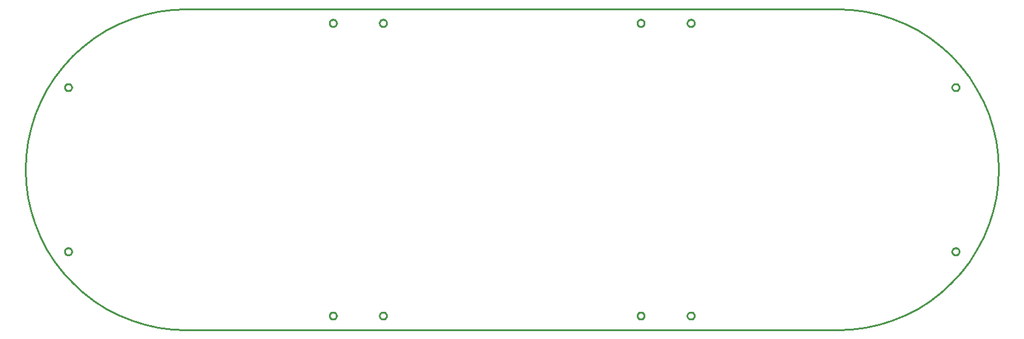
<source format=gbr>
G04 EAGLE Gerber RS-274X export*
G75*
%MOMM*%
%FSLAX34Y34*%
%LPD*%
%IN*%
%IPPOS*%
%AMOC8*
5,1,8,0,0,1.08239X$1,22.5*%
G01*
%ADD10C,0.254000*%


D10*
X-30000Y225000D02*
X-29144Y205390D01*
X-26582Y185929D01*
X-22333Y166766D01*
X-16431Y148045D01*
X-8919Y129911D01*
X144Y112500D01*
X10691Y95945D01*
X22640Y80373D01*
X35901Y65901D01*
X50373Y52640D01*
X65945Y40691D01*
X82500Y30144D01*
X99911Y21081D01*
X118045Y13569D01*
X136766Y7667D01*
X155929Y3418D01*
X175390Y856D01*
X195000Y0D01*
X1105000Y0D01*
X1124610Y856D01*
X1144071Y3418D01*
X1163234Y7667D01*
X1181955Y13569D01*
X1200089Y21081D01*
X1217500Y30144D01*
X1234055Y40691D01*
X1249627Y52640D01*
X1264099Y65901D01*
X1277360Y80373D01*
X1289309Y95945D01*
X1299856Y112500D01*
X1308919Y129911D01*
X1316431Y148045D01*
X1322333Y166766D01*
X1326582Y185929D01*
X1329144Y205390D01*
X1330000Y225000D01*
X1329144Y244610D01*
X1326582Y264071D01*
X1322333Y283234D01*
X1316431Y301955D01*
X1308919Y320089D01*
X1299856Y337500D01*
X1289309Y354055D01*
X1277360Y369627D01*
X1264099Y384099D01*
X1249627Y397360D01*
X1234055Y409309D01*
X1217500Y419856D01*
X1200089Y428919D01*
X1181955Y436431D01*
X1163234Y442333D01*
X1144071Y446582D01*
X1124610Y449144D01*
X1105000Y450000D01*
X195000Y450000D01*
X175390Y449144D01*
X155929Y446582D01*
X136766Y442333D01*
X118045Y436431D01*
X99911Y428919D01*
X82500Y419856D01*
X65945Y409309D01*
X50373Y397360D01*
X35901Y384099D01*
X22640Y369627D01*
X10691Y354055D01*
X144Y337500D01*
X-8919Y320089D01*
X-16431Y301955D01*
X-22333Y283234D01*
X-26582Y264071D01*
X-29144Y244610D01*
X-30000Y225000D01*
X35000Y339719D02*
X34937Y339161D01*
X34812Y338614D01*
X34627Y338084D01*
X34383Y337578D01*
X34084Y337102D01*
X33734Y336663D01*
X33337Y336266D01*
X32898Y335916D01*
X32422Y335617D01*
X31916Y335373D01*
X31386Y335188D01*
X30839Y335063D01*
X30281Y335000D01*
X29719Y335000D01*
X29161Y335063D01*
X28614Y335188D01*
X28084Y335373D01*
X27578Y335617D01*
X27102Y335916D01*
X26663Y336266D01*
X26266Y336663D01*
X25916Y337102D01*
X25617Y337578D01*
X25373Y338084D01*
X25188Y338614D01*
X25063Y339161D01*
X25000Y339719D01*
X25000Y340281D01*
X25063Y340839D01*
X25188Y341386D01*
X25373Y341916D01*
X25617Y342422D01*
X25916Y342898D01*
X26266Y343337D01*
X26663Y343734D01*
X27102Y344084D01*
X27578Y344383D01*
X28084Y344627D01*
X28614Y344812D01*
X29161Y344937D01*
X29719Y345000D01*
X30281Y345000D01*
X30839Y344937D01*
X31386Y344812D01*
X31916Y344627D01*
X32422Y344383D01*
X32898Y344084D01*
X33337Y343734D01*
X33734Y343337D01*
X34084Y342898D01*
X34383Y342422D01*
X34627Y341916D01*
X34812Y341386D01*
X34937Y340839D01*
X35000Y340281D01*
X35000Y339719D01*
X35000Y109719D02*
X34937Y109161D01*
X34812Y108614D01*
X34627Y108084D01*
X34383Y107578D01*
X34084Y107102D01*
X33734Y106663D01*
X33337Y106266D01*
X32898Y105916D01*
X32422Y105617D01*
X31916Y105373D01*
X31386Y105188D01*
X30839Y105063D01*
X30281Y105000D01*
X29719Y105000D01*
X29161Y105063D01*
X28614Y105188D01*
X28084Y105373D01*
X27578Y105617D01*
X27102Y105916D01*
X26663Y106266D01*
X26266Y106663D01*
X25916Y107102D01*
X25617Y107578D01*
X25373Y108084D01*
X25188Y108614D01*
X25063Y109161D01*
X25000Y109719D01*
X25000Y110281D01*
X25063Y110839D01*
X25188Y111386D01*
X25373Y111916D01*
X25617Y112422D01*
X25916Y112898D01*
X26266Y113337D01*
X26663Y113734D01*
X27102Y114084D01*
X27578Y114383D01*
X28084Y114627D01*
X28614Y114812D01*
X29161Y114937D01*
X29719Y115000D01*
X30281Y115000D01*
X30839Y114937D01*
X31386Y114812D01*
X31916Y114627D01*
X32422Y114383D01*
X32898Y114084D01*
X33337Y113734D01*
X33734Y113337D01*
X34084Y112898D01*
X34383Y112422D01*
X34627Y111916D01*
X34812Y111386D01*
X34937Y110839D01*
X35000Y110281D01*
X35000Y109719D01*
X405000Y429719D02*
X404937Y429161D01*
X404812Y428614D01*
X404627Y428084D01*
X404383Y427578D01*
X404084Y427102D01*
X403734Y426663D01*
X403337Y426266D01*
X402898Y425916D01*
X402422Y425617D01*
X401916Y425373D01*
X401386Y425188D01*
X400839Y425063D01*
X400281Y425000D01*
X399719Y425000D01*
X399161Y425063D01*
X398614Y425188D01*
X398084Y425373D01*
X397578Y425617D01*
X397102Y425916D01*
X396663Y426266D01*
X396266Y426663D01*
X395916Y427102D01*
X395617Y427578D01*
X395373Y428084D01*
X395188Y428614D01*
X395063Y429161D01*
X395000Y429719D01*
X395000Y430281D01*
X395063Y430839D01*
X395188Y431386D01*
X395373Y431916D01*
X395617Y432422D01*
X395916Y432898D01*
X396266Y433337D01*
X396663Y433734D01*
X397102Y434084D01*
X397578Y434383D01*
X398084Y434627D01*
X398614Y434812D01*
X399161Y434937D01*
X399719Y435000D01*
X400281Y435000D01*
X400839Y434937D01*
X401386Y434812D01*
X401916Y434627D01*
X402422Y434383D01*
X402898Y434084D01*
X403337Y433734D01*
X403734Y433337D01*
X404084Y432898D01*
X404383Y432422D01*
X404627Y431916D01*
X404812Y431386D01*
X404937Y430839D01*
X405000Y430281D01*
X405000Y429719D01*
X405000Y19719D02*
X404937Y19161D01*
X404812Y18614D01*
X404627Y18084D01*
X404383Y17578D01*
X404084Y17102D01*
X403734Y16663D01*
X403337Y16266D01*
X402898Y15916D01*
X402422Y15617D01*
X401916Y15373D01*
X401386Y15188D01*
X400839Y15063D01*
X400281Y15000D01*
X399719Y15000D01*
X399161Y15063D01*
X398614Y15188D01*
X398084Y15373D01*
X397578Y15617D01*
X397102Y15916D01*
X396663Y16266D01*
X396266Y16663D01*
X395916Y17102D01*
X395617Y17578D01*
X395373Y18084D01*
X395188Y18614D01*
X395063Y19161D01*
X395000Y19719D01*
X395000Y20281D01*
X395063Y20839D01*
X395188Y21386D01*
X395373Y21916D01*
X395617Y22422D01*
X395916Y22898D01*
X396266Y23337D01*
X396663Y23734D01*
X397102Y24084D01*
X397578Y24383D01*
X398084Y24627D01*
X398614Y24812D01*
X399161Y24937D01*
X399719Y25000D01*
X400281Y25000D01*
X400839Y24937D01*
X401386Y24812D01*
X401916Y24627D01*
X402422Y24383D01*
X402898Y24084D01*
X403337Y23734D01*
X403734Y23337D01*
X404084Y22898D01*
X404383Y22422D01*
X404627Y21916D01*
X404812Y21386D01*
X404937Y20839D01*
X405000Y20281D01*
X405000Y19719D01*
X475000Y429719D02*
X474937Y429161D01*
X474812Y428614D01*
X474627Y428084D01*
X474383Y427578D01*
X474084Y427102D01*
X473734Y426663D01*
X473337Y426266D01*
X472898Y425916D01*
X472422Y425617D01*
X471916Y425373D01*
X471386Y425188D01*
X470839Y425063D01*
X470281Y425000D01*
X469719Y425000D01*
X469161Y425063D01*
X468614Y425188D01*
X468084Y425373D01*
X467578Y425617D01*
X467102Y425916D01*
X466663Y426266D01*
X466266Y426663D01*
X465916Y427102D01*
X465617Y427578D01*
X465373Y428084D01*
X465188Y428614D01*
X465063Y429161D01*
X465000Y429719D01*
X465000Y430281D01*
X465063Y430839D01*
X465188Y431386D01*
X465373Y431916D01*
X465617Y432422D01*
X465916Y432898D01*
X466266Y433337D01*
X466663Y433734D01*
X467102Y434084D01*
X467578Y434383D01*
X468084Y434627D01*
X468614Y434812D01*
X469161Y434937D01*
X469719Y435000D01*
X470281Y435000D01*
X470839Y434937D01*
X471386Y434812D01*
X471916Y434627D01*
X472422Y434383D01*
X472898Y434084D01*
X473337Y433734D01*
X473734Y433337D01*
X474084Y432898D01*
X474383Y432422D01*
X474627Y431916D01*
X474812Y431386D01*
X474937Y430839D01*
X475000Y430281D01*
X475000Y429719D01*
X475000Y19719D02*
X474937Y19161D01*
X474812Y18614D01*
X474627Y18084D01*
X474383Y17578D01*
X474084Y17102D01*
X473734Y16663D01*
X473337Y16266D01*
X472898Y15916D01*
X472422Y15617D01*
X471916Y15373D01*
X471386Y15188D01*
X470839Y15063D01*
X470281Y15000D01*
X469719Y15000D01*
X469161Y15063D01*
X468614Y15188D01*
X468084Y15373D01*
X467578Y15617D01*
X467102Y15916D01*
X466663Y16266D01*
X466266Y16663D01*
X465916Y17102D01*
X465617Y17578D01*
X465373Y18084D01*
X465188Y18614D01*
X465063Y19161D01*
X465000Y19719D01*
X465000Y20281D01*
X465063Y20839D01*
X465188Y21386D01*
X465373Y21916D01*
X465617Y22422D01*
X465916Y22898D01*
X466266Y23337D01*
X466663Y23734D01*
X467102Y24084D01*
X467578Y24383D01*
X468084Y24627D01*
X468614Y24812D01*
X469161Y24937D01*
X469719Y25000D01*
X470281Y25000D01*
X470839Y24937D01*
X471386Y24812D01*
X471916Y24627D01*
X472422Y24383D01*
X472898Y24084D01*
X473337Y23734D01*
X473734Y23337D01*
X474084Y22898D01*
X474383Y22422D01*
X474627Y21916D01*
X474812Y21386D01*
X474937Y20839D01*
X475000Y20281D01*
X475000Y19719D01*
X835000Y19719D02*
X834937Y19161D01*
X834812Y18614D01*
X834627Y18084D01*
X834383Y17578D01*
X834084Y17102D01*
X833734Y16663D01*
X833337Y16266D01*
X832898Y15916D01*
X832422Y15617D01*
X831916Y15373D01*
X831386Y15188D01*
X830839Y15063D01*
X830281Y15000D01*
X829719Y15000D01*
X829161Y15063D01*
X828614Y15188D01*
X828084Y15373D01*
X827578Y15617D01*
X827102Y15916D01*
X826663Y16266D01*
X826266Y16663D01*
X825916Y17102D01*
X825617Y17578D01*
X825373Y18084D01*
X825188Y18614D01*
X825063Y19161D01*
X825000Y19719D01*
X825000Y20281D01*
X825063Y20839D01*
X825188Y21386D01*
X825373Y21916D01*
X825617Y22422D01*
X825916Y22898D01*
X826266Y23337D01*
X826663Y23734D01*
X827102Y24084D01*
X827578Y24383D01*
X828084Y24627D01*
X828614Y24812D01*
X829161Y24937D01*
X829719Y25000D01*
X830281Y25000D01*
X830839Y24937D01*
X831386Y24812D01*
X831916Y24627D01*
X832422Y24383D01*
X832898Y24084D01*
X833337Y23734D01*
X833734Y23337D01*
X834084Y22898D01*
X834383Y22422D01*
X834627Y21916D01*
X834812Y21386D01*
X834937Y20839D01*
X835000Y20281D01*
X835000Y19719D01*
X835000Y429719D02*
X834937Y429161D01*
X834812Y428614D01*
X834627Y428084D01*
X834383Y427578D01*
X834084Y427102D01*
X833734Y426663D01*
X833337Y426266D01*
X832898Y425916D01*
X832422Y425617D01*
X831916Y425373D01*
X831386Y425188D01*
X830839Y425063D01*
X830281Y425000D01*
X829719Y425000D01*
X829161Y425063D01*
X828614Y425188D01*
X828084Y425373D01*
X827578Y425617D01*
X827102Y425916D01*
X826663Y426266D01*
X826266Y426663D01*
X825916Y427102D01*
X825617Y427578D01*
X825373Y428084D01*
X825188Y428614D01*
X825063Y429161D01*
X825000Y429719D01*
X825000Y430281D01*
X825063Y430839D01*
X825188Y431386D01*
X825373Y431916D01*
X825617Y432422D01*
X825916Y432898D01*
X826266Y433337D01*
X826663Y433734D01*
X827102Y434084D01*
X827578Y434383D01*
X828084Y434627D01*
X828614Y434812D01*
X829161Y434937D01*
X829719Y435000D01*
X830281Y435000D01*
X830839Y434937D01*
X831386Y434812D01*
X831916Y434627D01*
X832422Y434383D01*
X832898Y434084D01*
X833337Y433734D01*
X833734Y433337D01*
X834084Y432898D01*
X834383Y432422D01*
X834627Y431916D01*
X834812Y431386D01*
X834937Y430839D01*
X835000Y430281D01*
X835000Y429719D01*
X905000Y429719D02*
X904937Y429161D01*
X904812Y428614D01*
X904627Y428084D01*
X904383Y427578D01*
X904084Y427102D01*
X903734Y426663D01*
X903337Y426266D01*
X902898Y425916D01*
X902422Y425617D01*
X901916Y425373D01*
X901386Y425188D01*
X900839Y425063D01*
X900281Y425000D01*
X899719Y425000D01*
X899161Y425063D01*
X898614Y425188D01*
X898084Y425373D01*
X897578Y425617D01*
X897102Y425916D01*
X896663Y426266D01*
X896266Y426663D01*
X895916Y427102D01*
X895617Y427578D01*
X895373Y428084D01*
X895188Y428614D01*
X895063Y429161D01*
X895000Y429719D01*
X895000Y430281D01*
X895063Y430839D01*
X895188Y431386D01*
X895373Y431916D01*
X895617Y432422D01*
X895916Y432898D01*
X896266Y433337D01*
X896663Y433734D01*
X897102Y434084D01*
X897578Y434383D01*
X898084Y434627D01*
X898614Y434812D01*
X899161Y434937D01*
X899719Y435000D01*
X900281Y435000D01*
X900839Y434937D01*
X901386Y434812D01*
X901916Y434627D01*
X902422Y434383D01*
X902898Y434084D01*
X903337Y433734D01*
X903734Y433337D01*
X904084Y432898D01*
X904383Y432422D01*
X904627Y431916D01*
X904812Y431386D01*
X904937Y430839D01*
X905000Y430281D01*
X905000Y429719D01*
X905000Y19719D02*
X904937Y19161D01*
X904812Y18614D01*
X904627Y18084D01*
X904383Y17578D01*
X904084Y17102D01*
X903734Y16663D01*
X903337Y16266D01*
X902898Y15916D01*
X902422Y15617D01*
X901916Y15373D01*
X901386Y15188D01*
X900839Y15063D01*
X900281Y15000D01*
X899719Y15000D01*
X899161Y15063D01*
X898614Y15188D01*
X898084Y15373D01*
X897578Y15617D01*
X897102Y15916D01*
X896663Y16266D01*
X896266Y16663D01*
X895916Y17102D01*
X895617Y17578D01*
X895373Y18084D01*
X895188Y18614D01*
X895063Y19161D01*
X895000Y19719D01*
X895000Y20281D01*
X895063Y20839D01*
X895188Y21386D01*
X895373Y21916D01*
X895617Y22422D01*
X895916Y22898D01*
X896266Y23337D01*
X896663Y23734D01*
X897102Y24084D01*
X897578Y24383D01*
X898084Y24627D01*
X898614Y24812D01*
X899161Y24937D01*
X899719Y25000D01*
X900281Y25000D01*
X900839Y24937D01*
X901386Y24812D01*
X901916Y24627D01*
X902422Y24383D01*
X902898Y24084D01*
X903337Y23734D01*
X903734Y23337D01*
X904084Y22898D01*
X904383Y22422D01*
X904627Y21916D01*
X904812Y21386D01*
X904937Y20839D01*
X905000Y20281D01*
X905000Y19719D01*
X1275000Y109719D02*
X1274937Y109161D01*
X1274812Y108614D01*
X1274627Y108084D01*
X1274383Y107578D01*
X1274084Y107102D01*
X1273734Y106663D01*
X1273337Y106266D01*
X1272898Y105916D01*
X1272422Y105617D01*
X1271916Y105373D01*
X1271386Y105188D01*
X1270839Y105063D01*
X1270281Y105000D01*
X1269719Y105000D01*
X1269161Y105063D01*
X1268614Y105188D01*
X1268084Y105373D01*
X1267578Y105617D01*
X1267102Y105916D01*
X1266663Y106266D01*
X1266266Y106663D01*
X1265916Y107102D01*
X1265617Y107578D01*
X1265373Y108084D01*
X1265188Y108614D01*
X1265063Y109161D01*
X1265000Y109719D01*
X1265000Y110281D01*
X1265063Y110839D01*
X1265188Y111386D01*
X1265373Y111916D01*
X1265617Y112422D01*
X1265916Y112898D01*
X1266266Y113337D01*
X1266663Y113734D01*
X1267102Y114084D01*
X1267578Y114383D01*
X1268084Y114627D01*
X1268614Y114812D01*
X1269161Y114937D01*
X1269719Y115000D01*
X1270281Y115000D01*
X1270839Y114937D01*
X1271386Y114812D01*
X1271916Y114627D01*
X1272422Y114383D01*
X1272898Y114084D01*
X1273337Y113734D01*
X1273734Y113337D01*
X1274084Y112898D01*
X1274383Y112422D01*
X1274627Y111916D01*
X1274812Y111386D01*
X1274937Y110839D01*
X1275000Y110281D01*
X1275000Y109719D01*
X1275000Y339719D02*
X1274937Y339161D01*
X1274812Y338614D01*
X1274627Y338084D01*
X1274383Y337578D01*
X1274084Y337102D01*
X1273734Y336663D01*
X1273337Y336266D01*
X1272898Y335916D01*
X1272422Y335617D01*
X1271916Y335373D01*
X1271386Y335188D01*
X1270839Y335063D01*
X1270281Y335000D01*
X1269719Y335000D01*
X1269161Y335063D01*
X1268614Y335188D01*
X1268084Y335373D01*
X1267578Y335617D01*
X1267102Y335916D01*
X1266663Y336266D01*
X1266266Y336663D01*
X1265916Y337102D01*
X1265617Y337578D01*
X1265373Y338084D01*
X1265188Y338614D01*
X1265063Y339161D01*
X1265000Y339719D01*
X1265000Y340281D01*
X1265063Y340839D01*
X1265188Y341386D01*
X1265373Y341916D01*
X1265617Y342422D01*
X1265916Y342898D01*
X1266266Y343337D01*
X1266663Y343734D01*
X1267102Y344084D01*
X1267578Y344383D01*
X1268084Y344627D01*
X1268614Y344812D01*
X1269161Y344937D01*
X1269719Y345000D01*
X1270281Y345000D01*
X1270839Y344937D01*
X1271386Y344812D01*
X1271916Y344627D01*
X1272422Y344383D01*
X1272898Y344084D01*
X1273337Y343734D01*
X1273734Y343337D01*
X1274084Y342898D01*
X1274383Y342422D01*
X1274627Y341916D01*
X1274812Y341386D01*
X1274937Y340839D01*
X1275000Y340281D01*
X1275000Y339719D01*
M02*

</source>
